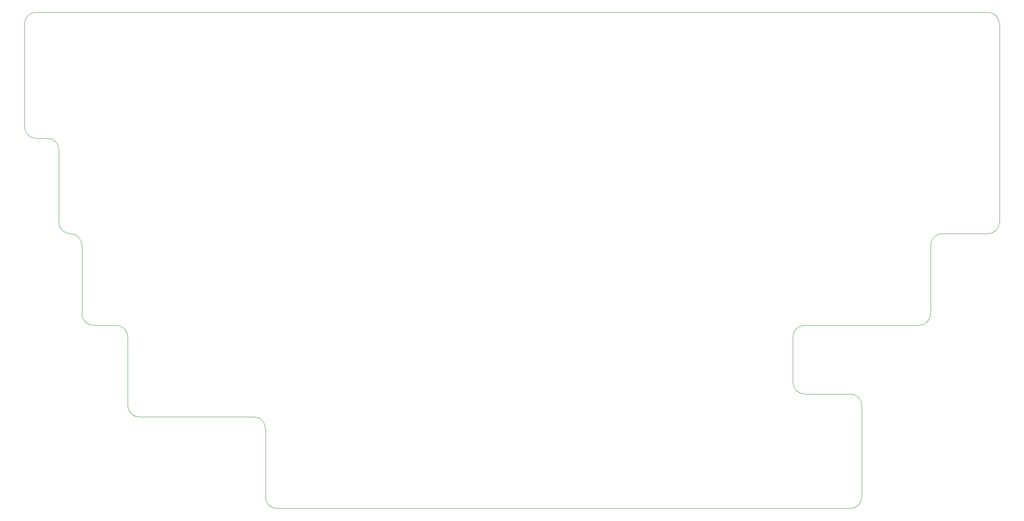
<source format=gbr>
G04 #@! TF.GenerationSoftware,KiCad,Pcbnew,(5.1.5)-3*
G04 #@! TF.CreationDate,2020-08-02T14:39:13-05:00*
G04 #@! TF.ProjectId,masochist,6d61736f-6368-4697-9374-2e6b69636164,rev?*
G04 #@! TF.SameCoordinates,Original*
G04 #@! TF.FileFunction,Profile,NP*
%FSLAX46Y46*%
G04 Gerber Fmt 4.6, Leading zero omitted, Abs format (unit mm)*
G04 Created by KiCad (PCBNEW (5.1.5)-3) date 2020-08-02 14:39:13*
%MOMM*%
%LPD*%
G04 APERTURE LIST*
%ADD10C,0.050000*%
G04 APERTURE END LIST*
D10*
X62706250Y-57943750D02*
X63500000Y-57943750D01*
X61118750Y-57943750D02*
X62706250Y-57943750D01*
X58737500Y-34131250D02*
X58737500Y-55562500D01*
X61118750Y-57943750D02*
G75*
G02X58737500Y-55562500I0J2381250D01*
G01*
X65881250Y-75406250D02*
X65881250Y-60325000D01*
X63500000Y-57943750D02*
G75*
G02X65881250Y-60325000I0J-2381250D01*
G01*
X68262500Y-77787500D02*
G75*
G02X65881250Y-75406250I0J2381250D01*
G01*
X68262500Y-31750000D02*
X61118750Y-31750000D01*
X58737500Y-34131250D02*
G75*
G02X61118750Y-31750000I2381250J0D01*
G01*
X261143750Y-75406250D02*
X261143750Y-34131250D01*
X249237500Y-77787500D02*
X258762500Y-77787500D01*
X246856250Y-94456250D02*
X246856250Y-80168750D01*
X220662500Y-96837500D02*
X244475000Y-96837500D01*
X218281250Y-108743750D02*
X218281250Y-99218750D01*
X230187500Y-111125000D02*
X220662500Y-111125000D01*
X232568750Y-132556250D02*
X232568750Y-113506250D01*
X111125000Y-134937500D02*
X230187500Y-134937500D01*
X261143750Y-75406250D02*
G75*
G02X258762500Y-77787500I-2381250J0D01*
G01*
X246856250Y-80168750D02*
G75*
G02X249237500Y-77787500I2381250J0D01*
G01*
X246856250Y-94456250D02*
G75*
G02X244475000Y-96837500I-2381250J0D01*
G01*
X218281250Y-99218750D02*
G75*
G02X220662500Y-96837500I2381250J0D01*
G01*
X220662500Y-111125000D02*
G75*
G02X218281250Y-108743750I0J2381250D01*
G01*
X230187500Y-111125000D02*
G75*
G02X232568750Y-113506250I0J-2381250D01*
G01*
X232568750Y-132556250D02*
G75*
G02X230187500Y-134937500I-2381250J0D01*
G01*
X108743750Y-118268750D02*
X108743750Y-132556250D01*
X82550000Y-115887500D02*
X106362500Y-115887500D01*
X80168750Y-99218750D02*
X80168750Y-113506250D01*
X73025000Y-96837500D02*
X77787500Y-96837500D01*
X70643750Y-80168750D02*
X70643750Y-94456250D01*
X111125000Y-134937500D02*
G75*
G02X108743750Y-132556250I0J2381250D01*
G01*
X106362500Y-115887500D02*
G75*
G02X108743750Y-118268750I0J-2381250D01*
G01*
X82550000Y-115887500D02*
G75*
G02X80168750Y-113506250I0J2381250D01*
G01*
X77787500Y-96837500D02*
G75*
G02X80168750Y-99218750I0J-2381250D01*
G01*
X73025000Y-96837500D02*
G75*
G02X70643750Y-94456250I0J2381250D01*
G01*
X68262500Y-77787500D02*
G75*
G02X70643750Y-80168750I0J-2381250D01*
G01*
X258762500Y-31750000D02*
X68262500Y-31750000D01*
X258762500Y-31750000D02*
G75*
G02X261143750Y-34131250I0J-2381250D01*
G01*
M02*

</source>
